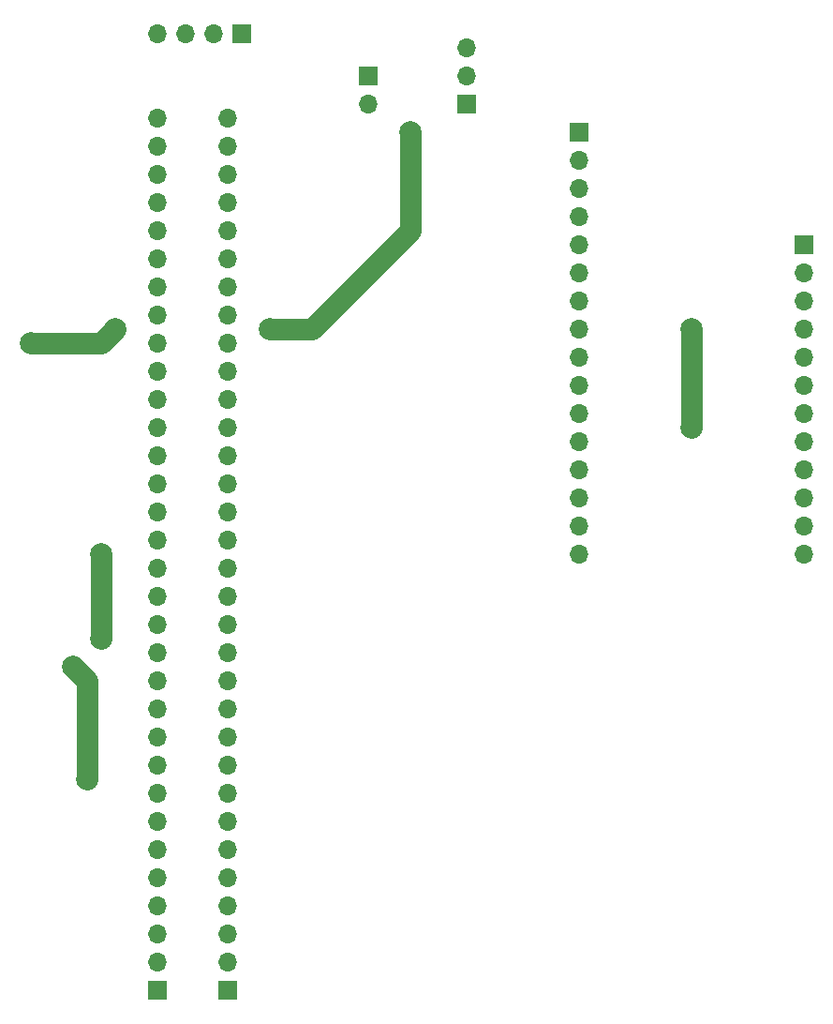
<source format=gbr>
G04 #@! TF.GenerationSoftware,KiCad,Pcbnew,5.1.2-f72e74a~84~ubuntu18.04.1*
G04 #@! TF.CreationDate,2019-12-29T11:51:02-05:00*
G04 #@! TF.ProjectId,knuth-gateway,6b6e7574-682d-4676-9174-657761792e6b,rev?*
G04 #@! TF.SameCoordinates,PX18392c0PY8b48bd0*
G04 #@! TF.FileFunction,Copper,L1,Top*
G04 #@! TF.FilePolarity,Positive*
%FSLAX46Y46*%
G04 Gerber Fmt 4.6, Leading zero omitted, Abs format (unit mm)*
G04 Created by KiCad (PCBNEW 5.1.2-f72e74a~84~ubuntu18.04.1) date 2019-12-29 11:51:02*
%MOMM*%
%LPD*%
G04 APERTURE LIST*
%ADD10R,1.700000X1.700000*%
%ADD11O,1.700000X1.700000*%
%ADD12C,2.000000*%
%ADD13C,1.905000*%
G04 APERTURE END LIST*
D10*
X78740000Y86360000D03*
D11*
X78740000Y83820000D03*
X78740000Y81280000D03*
X78740000Y78740000D03*
X78740000Y76200000D03*
X78740000Y73660000D03*
X78740000Y71120000D03*
X78740000Y68580000D03*
X78740000Y66040000D03*
X78740000Y63500000D03*
X78740000Y60960000D03*
X78740000Y58420000D03*
D10*
X26670000Y19050000D03*
D11*
X26670000Y21590000D03*
X26670000Y24130000D03*
X26670000Y26670000D03*
X26670000Y29210000D03*
X26670000Y31750000D03*
X26670000Y34290000D03*
X26670000Y36830000D03*
X26670000Y39370000D03*
X26670000Y41910000D03*
X26670000Y44450000D03*
X26670000Y46990000D03*
X26670000Y49530000D03*
X26670000Y52070000D03*
X26670000Y54610000D03*
X26670000Y57150000D03*
X26670000Y59690000D03*
X26670000Y62230000D03*
X26670000Y64770000D03*
X26670000Y67310000D03*
X26670000Y69850000D03*
X26670000Y72390000D03*
X26670000Y74930000D03*
X26670000Y77470000D03*
X26670000Y80010000D03*
X26670000Y82550000D03*
X26670000Y85090000D03*
X26670000Y87630000D03*
X26670000Y90170000D03*
X26670000Y92710000D03*
X26670000Y95250000D03*
X26670000Y97790000D03*
X39370000Y99060000D03*
D10*
X39370000Y101600000D03*
D11*
X48260000Y104140000D03*
X48260000Y101600000D03*
D10*
X48260000Y99060000D03*
D11*
X20320000Y97790000D03*
X20320000Y95250000D03*
X20320000Y92710000D03*
X20320000Y90170000D03*
X20320000Y87630000D03*
X20320000Y85090000D03*
X20320000Y82550000D03*
X20320000Y80010000D03*
X20320000Y77470000D03*
X20320000Y74930000D03*
X20320000Y72390000D03*
X20320000Y69850000D03*
X20320000Y67310000D03*
X20320000Y64770000D03*
X20320000Y62230000D03*
X20320000Y59690000D03*
X20320000Y57150000D03*
X20320000Y54610000D03*
X20320000Y52070000D03*
X20320000Y49530000D03*
X20320000Y46990000D03*
X20320000Y44450000D03*
X20320000Y41910000D03*
X20320000Y39370000D03*
X20320000Y36830000D03*
X20320000Y34290000D03*
X20320000Y31750000D03*
X20320000Y29210000D03*
X20320000Y26670000D03*
X20320000Y24130000D03*
X20320000Y21590000D03*
D10*
X20320000Y19050000D03*
X58420000Y96520000D03*
D11*
X58420000Y93980000D03*
X58420000Y91440000D03*
X58420000Y88900000D03*
X58420000Y86360000D03*
X58420000Y83820000D03*
X58420000Y81280000D03*
X58420000Y78740000D03*
X58420000Y76200000D03*
X58420000Y73660000D03*
X58420000Y71120000D03*
X58420000Y68580000D03*
X58420000Y66040000D03*
X58420000Y63500000D03*
X58420000Y60960000D03*
X58420000Y58420000D03*
X20320000Y105410000D03*
X22860000Y105410000D03*
X25400000Y105410000D03*
D10*
X27940000Y105410000D03*
D12*
X68580000Y78740000D03*
X68580000Y69850000D03*
X13970000Y38100000D03*
X12700000Y48260000D03*
X16510000Y78740000D03*
X8890000Y77470000D03*
X15240000Y50800000D03*
X15240000Y58420000D03*
X30480000Y78740000D03*
X43180000Y96520000D03*
D13*
X68580000Y78740000D02*
X68580000Y69850000D01*
X13970000Y46990000D02*
X12700000Y48260000D01*
X13970000Y38100000D02*
X13970000Y46990000D01*
X16510000Y78740000D02*
X15240000Y77470000D01*
X15240000Y77470000D02*
X8890000Y77470000D01*
X15240000Y50800000D02*
X15240000Y58420000D01*
X43180000Y87630000D02*
X43180000Y96520000D01*
X30480000Y78740000D02*
X34290000Y78740000D01*
X34290000Y78740000D02*
X43180000Y87630000D01*
M02*

</source>
